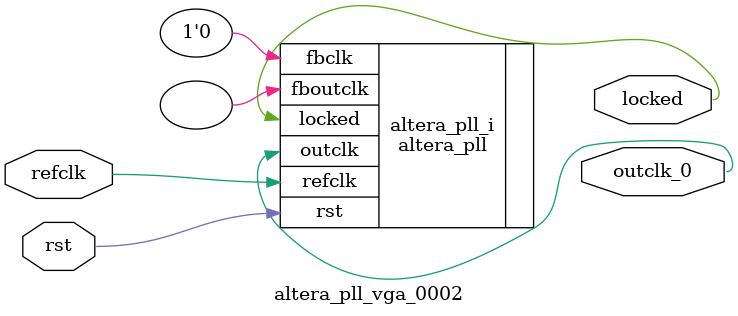
<source format=v>
`timescale 1ns/10ps
module  altera_pll_vga_0002(

	// interface 'refclk'
	input wire refclk,

	// interface 'reset'
	input wire rst,

	// interface 'outclk0'
	output wire outclk_0,

	// interface 'locked'
	output wire locked
);

	altera_pll #(
		.fractional_vco_multiplier("false"),
		.reference_clock_frequency("50.0 MHz"),
		.operation_mode("direct"),
		.number_of_clocks(1),
		.output_clock_frequency0("108.000000 MHz"),
		.phase_shift0("0 ps"),
		.duty_cycle0(50),
		.output_clock_frequency1("0 MHz"),
		.phase_shift1("0 ps"),
		.duty_cycle1(50),
		.output_clock_frequency2("0 MHz"),
		.phase_shift2("0 ps"),
		.duty_cycle2(50),
		.output_clock_frequency3("0 MHz"),
		.phase_shift3("0 ps"),
		.duty_cycle3(50),
		.output_clock_frequency4("0 MHz"),
		.phase_shift4("0 ps"),
		.duty_cycle4(50),
		.output_clock_frequency5("0 MHz"),
		.phase_shift5("0 ps"),
		.duty_cycle5(50),
		.output_clock_frequency6("0 MHz"),
		.phase_shift6("0 ps"),
		.duty_cycle6(50),
		.output_clock_frequency7("0 MHz"),
		.phase_shift7("0 ps"),
		.duty_cycle7(50),
		.output_clock_frequency8("0 MHz"),
		.phase_shift8("0 ps"),
		.duty_cycle8(50),
		.output_clock_frequency9("0 MHz"),
		.phase_shift9("0 ps"),
		.duty_cycle9(50),
		.output_clock_frequency10("0 MHz"),
		.phase_shift10("0 ps"),
		.duty_cycle10(50),
		.output_clock_frequency11("0 MHz"),
		.phase_shift11("0 ps"),
		.duty_cycle11(50),
		.output_clock_frequency12("0 MHz"),
		.phase_shift12("0 ps"),
		.duty_cycle12(50),
		.output_clock_frequency13("0 MHz"),
		.phase_shift13("0 ps"),
		.duty_cycle13(50),
		.output_clock_frequency14("0 MHz"),
		.phase_shift14("0 ps"),
		.duty_cycle14(50),
		.output_clock_frequency15("0 MHz"),
		.phase_shift15("0 ps"),
		.duty_cycle15(50),
		.output_clock_frequency16("0 MHz"),
		.phase_shift16("0 ps"),
		.duty_cycle16(50),
		.output_clock_frequency17("0 MHz"),
		.phase_shift17("0 ps"),
		.duty_cycle17(50),
		.pll_type("General"),
		.pll_subtype("General")
	) altera_pll_i (
		.rst	(rst),
		.outclk	({outclk_0}),
		.locked	(locked),
		.fboutclk	( ),
		.fbclk	(1'b0),
		.refclk	(refclk)
	);
endmodule


</source>
